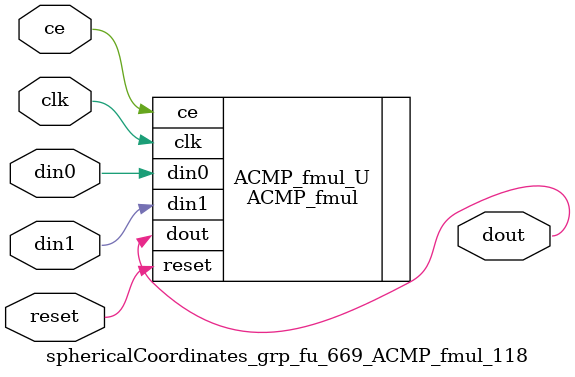
<source format=v>

`timescale 1 ns / 1 ps
module sphericalCoordinates_grp_fu_669_ACMP_fmul_118(
    clk,
    reset,
    ce,
    din0,
    din1,
    dout);

parameter ID = 32'd1;
parameter NUM_STAGE = 32'd1;
parameter din0_WIDTH = 32'd1;
parameter din1_WIDTH = 32'd1;
parameter dout_WIDTH = 32'd1;
input clk;
input reset;
input ce;
input[din0_WIDTH - 1:0] din0;
input[din1_WIDTH - 1:0] din1;
output[dout_WIDTH - 1:0] dout;



ACMP_fmul #(
.ID( ID ),
.NUM_STAGE( 4 ),
.din0_WIDTH( din0_WIDTH ),
.din1_WIDTH( din1_WIDTH ),
.dout_WIDTH( dout_WIDTH ))
ACMP_fmul_U(
    .clk( clk ),
    .reset( reset ),
    .ce( ce ),
    .din0( din0 ),
    .din1( din1 ),
    .dout( dout ));

endmodule

</source>
